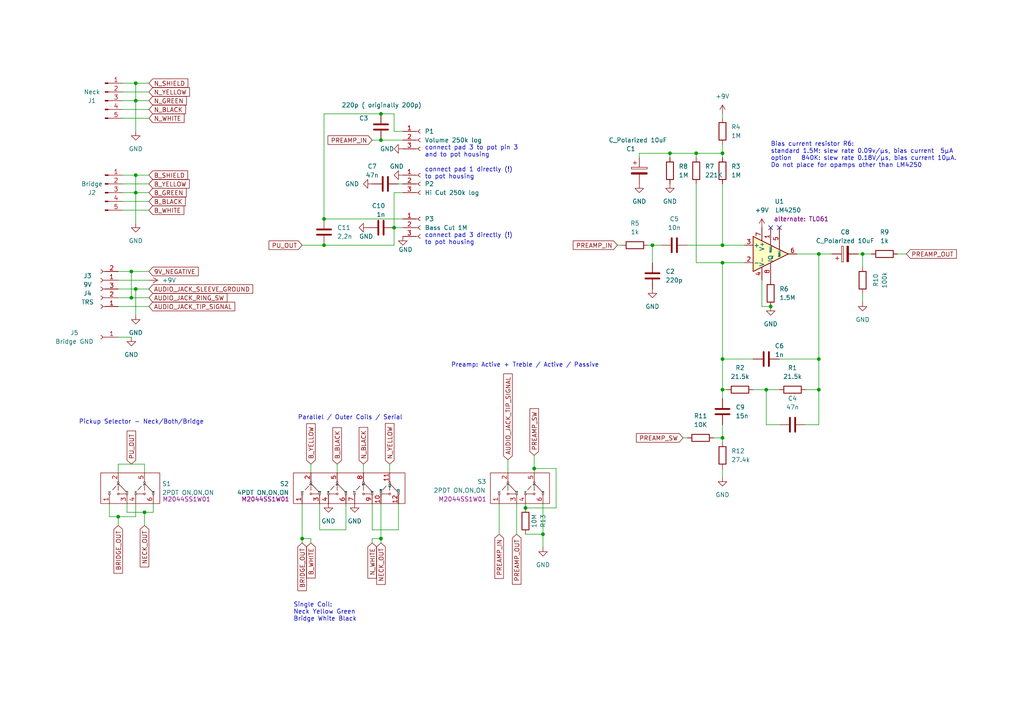
<source format=kicad_sch>
(kicad_sch (version 20211123) (generator eeschema)
  (paper "A4")
  (title_block (title "GLOW") (date "2022-04-10") (rev "A") (company "andre.janowicz@gmail.com") (comment 1 "https://github.com/andrejanowicz/GLOW") (comment 2 "Attribution-NonCommercial-ShareAlike 4.0 CC BY-NC-SA 4.0") (comment 3 "w. K-Mod Single Coil option") (comment 4 "Replacement Preamp PCB for G&L(R) L-2000 and L-2500 Tribute(R) Basses"))
  (lib_symbols
    (symbol "Amplifier_Operational:LM4250" (pin_names (offset 0.127))
      (property "Reference" "U" (at 6.35 6.35 0))
      (property "Value" "LM4250" (at 5.08 3.81 0))
      (symbol "LM4250_0_1"
        (polyline (pts (xy -5.08 5.08) (xy 5.08 0) (xy -5.08 -5.08) (xy -5.08 5.08)) (stroke (width 0.254)) (fill (type background)))
      )
      (symbol "LM4250_1_1"
        (pin input line (at 0 7.62 270) (length 5.08) (name "NULL") (number "1"))
        (pin input line (at -7.62 -2.54 0) (length 2.54) (name "-") (number "2"))
        (pin input line (at -7.62 2.54 0) (length 2.54) (name "+") (number "3"))
        (pin power_in line (at -2.54 -7.62 90) (length 3.81) (name "V-") (number "4"))
        (pin input line (at 2.54 7.62 270) (length 6.35) (name "NULL") (number "5"))
        (pin output line (at 7.62 0 180) (length 2.54) (name "~") (number "6"))
        (pin power_in line (at -2.54 7.62 270) (length 3.81) (name "V+") (number "7"))
        (pin input line (at 0 -7.62 90) (length 5.08) (name "IQ") (number "8"))
      )
    )
    (symbol "Connector:Conn_01x01_Female" (pin_names (offset 1.016) hide)
      (property "Reference" "J" (at 0 2.54 0))
      (property "Value" "Conn_01x01_Female" (at 0 -2.54 0))
      (symbol "Conn_01x01_Female_1_1"
        (polyline (pts (xy -1.27 0) (xy -0.508 0)) (stroke (width 0.1524)))
        (arc (start 0 0.508) (mid -0.508 0) (end 0 -0.508) (stroke (width 0.1524)))
        (pin passive line (at -5.08 0 0) (length 3.81) (name "Pin_1") (number "1"))
      )
    )
    (symbol "Connector:Conn_01x02_Female" (pin_names (offset 1.016) hide)
      (property "Reference" "J" (at 0 2.54 0))
      (property "Value" "Conn_01x02_Female" (at 0 -5.08 0))
      (symbol "Conn_01x02_Female_1_1"
        (arc (start 0 -2.032) (mid -0.508 -2.54) (end 0 -3.048) (stroke (width 0.1524)))
        (polyline (pts (xy -1.27 -2.54) (xy -0.508 -2.54)) (stroke (width 0.1524)))
        (polyline (pts (xy -1.27 0) (xy -0.508 0)) (stroke (width 0.1524)))
        (arc (start 0 0.508) (mid -0.508 0) (end 0 -0.508) (stroke (width 0.1524)))
        (pin passive line (at -5.08 0 0) (length 3.81) (name "Pin_1") (number "1"))
        (pin passive line (at -5.08 -2.54 0) (length 3.81) (name "Pin_2") (number "2"))
      )
    )
    (symbol "Connector:Conn_01x03_Female" (pin_names (offset 1.016) hide)
      (property "Reference" "J" (at 0 5.08 0))
      (property "Value" "Conn_01x03_Female" (at 0 -5.08 0))
      (symbol "Conn_01x03_Female_1_1"
        (arc (start 0 -2.032) (mid -0.508 -2.54) (end 0 -3.048) (stroke (width 0.1524)))
        (polyline (pts (xy -1.27 -2.54) (xy -0.508 -2.54)) (stroke (width 0.1524)))
        (polyline (pts (xy -1.27 0) (xy -0.508 0)) (stroke (width 0.1524)))
        (polyline (pts (xy -1.27 2.54) (xy -0.508 2.54)) (stroke (width 0.1524)))
        (arc (start 0 0.508) (mid -0.508 0) (end 0 -0.508) (stroke (width 0.1524)))
        (arc (start 0 3.048) (mid -0.508 2.54) (end 0 2.032) (stroke (width 0.1524)))
        (pin passive line (at -5.08 2.54 0) (length 3.81) (name "Pin_1") (number "1"))
        (pin passive line (at -5.08 0 0) (length 3.81) (name "Pin_2") (number "2"))
        (pin passive line (at -5.08 -2.54 0) (length 3.81) (name "Pin_3") (number "3"))
      )
    )
    (symbol "Connector:Conn_01x05_Male" (pin_names (offset 1.016) hide)
      (property "Reference" "J" (at 0 7.62 0))
      (property "Value" "Conn_01x05_Male" (at 0 -7.62 0))
      (symbol "Conn_01x05_Male_1_1"
        (polyline (pts (xy 1.27 -5.08) (xy 0.8636 -5.08)) (stroke (width 0.1524)))
        (polyline (pts (xy 1.27 -2.54) (xy 0.8636 -2.54)) (stroke (width 0.1524)))
        (polyline (pts (xy 1.27 0) (xy 0.8636 0)) (stroke (width 0.1524)))
        (polyline (pts (xy 1.27 2.54) (xy 0.8636 2.54)) (stroke (width 0.1524)))
        (polyline (pts (xy 1.27 5.08) (xy 0.8636 5.08)) (stroke (width 0.1524)))
        (rectangle (start 0.8636 -4.953) (end 0 -5.207) (stroke (width 0.1524)) (fill (type outline)))
        (rectangle (start 0.8636 -2.413) (end 0 -2.667) (stroke (width 0.1524)) (fill (type outline)))
        (rectangle (start 0.8636 0.127) (end 0 -0.127) (stroke (width 0.1524)) (fill (type outline)))
        (rectangle (start 0.8636 2.667) (end 0 2.413) (stroke (width 0.1524)) (fill (type outline)))
        (rectangle (start 0.8636 5.207) (end 0 4.953) (stroke (width 0.1524)) (fill (type outline)))
        (pin passive line (at 5.08 5.08 180) (length 3.81) (name "Pin_1") (number "1"))
        (pin passive line (at 5.08 2.54 180) (length 3.81) (name "Pin_2") (number "2"))
        (pin passive line (at 5.08 0 180) (length 3.81) (name "Pin_3") (number "3"))
        (pin passive line (at 5.08 -2.54 180) (length 3.81) (name "Pin_4") (number "4"))
        (pin passive line (at 5.08 -5.08 180) (length 3.81) (name "Pin_5") (number "5"))
      )
    )
    (symbol "Device:C" (pin_numbers hide) (pin_names (offset 0.254))
      (property "Reference" "C" (at 0.635 2.54 0))
      (property "Value" "C" (at 0.635 -2.54 0))
      (symbol "C_0_1"
        (polyline (pts (xy -2.032 -0.762) (xy 2.032 -0.762)) (stroke (width 0.508)))
        (polyline (pts (xy -2.032 0.762) (xy 2.032 0.762)) (stroke (width 0.508)))
      )
      (symbol "C_1_1"
        (pin passive line (at 0 3.81 270) (length 2.794) (name "~") (number "1"))
        (pin passive line (at 0 -3.81 90) (length 2.794) (name "~") (number "2"))
      )
    )
    (symbol "Device:C_Polarized" (pin_numbers hide) (pin_names (offset 0.254))
      (property "Reference" "C" (at 0.635 2.54 0))
      (property "Value" "C_Polarized" (at 0.635 -2.54 0))
      (symbol "C_Polarized_0_1"
        (rectangle (start -2.286 0.508) (end 2.286 1.016))
        (polyline (pts (xy -1.778 2.286) (xy -0.762 2.286)))
        (polyline (pts (xy -1.27 2.794) (xy -1.27 1.778)))
        (rectangle (start 2.286 -0.508) (end -2.286 -1.016) (fill (type outline)))
      )
      (symbol "C_Polarized_1_1"
        (pin passive line (at 0 3.81 270) (length 2.794) (name "~") (number "1"))
        (pin passive line (at 0 -3.81 90) (length 2.794) (name "~") (number "2"))
      )
    )
    (symbol "Device:R" (pin_numbers hide) (pin_names (offset 0))
      (property "Reference" "R" (at 2.032 0 90))
      (property "Value" "R" (at 0 0 90))
      (symbol "R_0_1"
        (rectangle (start -1.016 -2.54) (end 1.016 2.54) (stroke (width 0.254)))
      )
      (symbol "R_1_1"
        (pin passive line (at 0 3.81 270) (length 1.27) (name "~") (number "1"))
        (pin passive line (at 0 -3.81 90) (length 1.27) (name "~") (number "2"))
      )
    )
    (symbol "Switch_toggle:2PDT ON,ON,ON"
      (property "Reference" "S" (at 0 12.7 0))
      (property "Value" "2PDT ON,ON,ON" (at 0 10.16 0))
      (symbol "2PDT ON,ON,ON_0_1"
        (rectangle (start -8.89 5.08) (end 8.255 -3.81))
        (circle (center -6.35 -1.016) (radius 0.254))
        (circle (center -3.81 -1.016) (radius 0.254))
        (circle (center -3.81 2.286) (radius 0.254))
        (circle (center -1.27 -1.016) (radius 0.254))
        (polyline (pts (xy -4.445 1.27) (xy -5.461 0.127)))
        (polyline (pts (xy -3.81 1.27) (xy -3.81 0)))
        (polyline (pts (xy -3.81 2.032) (xy -1.524 -0.381)))
        (polyline (pts (xy -1.524 -1.016) (xy -3.556 -1.016)))
        (polyline (pts (xy 2.921 1.27) (xy 1.905 0.127)))
        (polyline (pts (xy 3.556 -1.016) (xy 1.524 -1.016)))
        (polyline (pts (xy 3.81 1.27) (xy 3.81 0)))
        (polyline (pts (xy 3.81 2.032) (xy 6.096 -0.381)))
        (circle (center 1.27 -1.016) (radius 0.254))
        (circle (center 3.81 -1.016) (radius 0.254))
        (circle (center 3.81 2.286) (radius 0.254))
        (circle (center 6.35 -1.016) (radius 0.254))
      )
      (symbol "2PDT ON,ON,ON_1_1"
        (pin output line (at -6.35 -3.81 90) (length 2.54) (name "1") (number "1"))
        (pin input line (at -3.81 5.08 270) (length 2.54) (name "2") (number "2"))
        (pin output line (at -1.27 -3.81 90) (length 2.54) (name "3") (number "3"))
        (pin output line (at 1.27 -3.81 90) (length 2.54) (name "4") (number "4"))
        (pin input line (at 3.81 5.08 270) (length 2.54) (name "5") (number "5"))
        (pin output line (at 6.35 -3.81 90) (length 2.54) (name "6") (number "6"))
      )
    )
    (symbol "Switch_toggle:4PDT ON,ON,ON"
      (property "Reference" "S" (at 0 12.7 0))
      (property "Value" "4PDT ON,ON,ON" (at 0 10.16 0))
      (symbol "4PDT ON,ON,ON_0_1"
        (rectangle (start -15.24 3.81) (end 17.145 -5.08))
        (circle (center -12.7 -2.286) (radius 0.254))
        (circle (center -10.16 -2.286) (radius 0.254))
        (circle (center -10.16 1.016) (radius 0.254))
        (circle (center -7.62 -2.286) (radius 0.254))
        (circle (center -5.08 -2.286) (radius 0.254))
        (circle (center -2.54 -2.286) (radius 0.254))
        (circle (center -2.54 1.016) (radius 0.254))
        (circle (center 0 -2.286) (radius 0.254))
        (polyline (pts (xy -10.795 0) (xy -11.811 -1.143)))
        (polyline (pts (xy -10.16 0) (xy -10.16 -1.27)))
        (polyline (pts (xy -10.16 0.762) (xy -7.874 -1.651)))
        (polyline (pts (xy -7.874 -2.286) (xy -9.906 -2.286)))
        (polyline (pts (xy -3.429 0) (xy -4.445 -1.143)))
        (polyline (pts (xy -2.794 -2.286) (xy -4.826 -2.286)))
        (polyline (pts (xy -2.54 0) (xy -2.54 -1.27)))
        (polyline (pts (xy -2.54 0.762) (xy -0.254 -1.651)))
        (polyline (pts (xy 4.064 0) (xy 3.048 -1.143)))
        (polyline (pts (xy 5.08 0) (xy 5.08 -1.27)))
        (polyline (pts (xy 5.334 0.762) (xy 7.62 -1.651)))
        (polyline (pts (xy 7.366 -2.286) (xy 5.334 -2.286)))
        (polyline (pts (xy 11.684 0) (xy 10.668 -1.143)))
        (polyline (pts (xy 12.446 -2.286) (xy 10.414 -2.286)))
        (polyline (pts (xy 12.7 0) (xy 12.7 -1.27)))
        (polyline (pts (xy 12.7 0.762) (xy 14.986 -1.651)))
        (circle (center 2.54 -2.286) (radius 0.254))
        (circle (center 5.08 -2.286) (radius 0.254))
        (circle (center 5.08 1.016) (radius 0.254))
        (circle (center 7.62 -2.286) (radius 0.254))
        (circle (center 10.16 -2.286) (radius 0.254))
        (circle (center 12.7 -2.286) (radius 0.254))
        (circle (center 12.7 1.016) (radius 0.254))
        (circle (center 15.24 -2.286) (radius 0.254))
      )
      (symbol "4PDT ON,ON,ON_1_1"
        (pin output line (at -12.7 -5.08 90) (length 2.54) (name "1") (number "1"))
        (pin output line (at 10.16 -5.08 90) (length 2.54) (name "10") (number "10"))
        (pin input line (at 12.7 3.81 270) (length 2.54) (name "11") (number "11"))
        (pin output line (at 15.24 -5.08 90) (length 2.54) (name "12") (number "12"))
        (pin input line (at -10.16 3.81 270) (length 2.54) (name "2") (number "2"))
        (pin output line (at -7.62 -5.08 90) (length 2.54) (name "3") (number "3"))
        (pin output line (at -5.08 -5.08 90) (length 2.54) (name "4") (number "4"))
        (pin input line (at -2.54 3.81 270) (length 2.54) (name "5") (number "5"))
        (pin output line (at 0 -5.08 90) (length 2.54) (name "6") (number "6"))
        (pin output line (at 2.54 -5.08 90) (length 2.54) (name "7") (number "7"))
        (pin input line (at 5.08 3.81 270) (length 2.54) (name "8") (number "8"))
        (pin output line (at 7.62 -5.08 90) (length 2.54) (name "9") (number "9"))
      )
    )
    (symbol "power:+9V" (power) (pin_names (offset 0))
      (property "Value" "+9V" (at 0 3.556 0))
      (symbol "+9V_0_1"
        (polyline (pts (xy -0.762 1.27) (xy 0 2.54)))
        (polyline (pts (xy 0 0) (xy 0 2.54)))
        (polyline (pts (xy 0 2.54) (xy 0.762 1.27)))
      )
      (symbol "+9V_1_1"
        (pin power_in line (at 0 0 90) (length 0) hide (name "+9V") (number "1"))
      )
    )
    (symbol "power:GND" (power) (pin_names (offset 0))
      (property "Value" "GND" (at 0 -3.81 0))
      (symbol "GND_0_1"
        (polyline (pts (xy 0 0) (xy 0 -1.27) (xy 1.27 -1.27) (xy 0 -2.54) (xy -1.27 -1.27) (xy 0 -1.27)))
      )
      (symbol "GND_1_1"
        (pin power_in line (at 0 0 270) (length 0) hide (name "GND") (number "1"))
      )
    )
  )
  (junction (at 250.19 73.66))
  (junction (at 41.91 148.59))
  (junction (at 209.55 76.2))
  (junction (at 93.98 63.5))
  (junction (at 237.49 104.14))
  (junction (at 152.4 147.32))
  (junction (at 157.48 154.94))
  (junction (at 39.37 29.21))
  (junction (at 110.49 156.21))
  (junction (at 209.55 104.14))
  (junction (at 38.1 86.36))
  (junction (at 194.31 44.45))
  (junction (at 39.37 24.13))
  (junction (at 110.49 40.64))
  (junction (at 87.63 156.21))
  (junction (at 223.52 88.9))
  (junction (at 222.25 113.03))
  (junction (at 34.29 149.86))
  (junction (at 39.37 50.8))
  (junction (at 39.37 83.82))
  (junction (at 38.1 78.74))
  (junction (at 39.37 55.88))
  (junction (at 114.3 66.04))
  (junction (at 237.49 113.03))
  (junction (at 237.49 73.66))
  (junction (at 110.49 33.02))
  (junction (at 93.98 71.12))
  (junction (at 209.55 44.45))
  (junction (at 209.55 127))
  (junction (at 154.94 135.89))
  (junction (at 201.93 44.45))
  (junction (at 209.55 113.03))
  (junction (at 189.23 71.12))
  (junction (at 209.55 71.12))
  (no_connect (at 223.52 66.04))
  (no_connect (at 226.06 66.04))
  (wire (pts (xy 92.71 153.67) (xy 100.33 153.67)))
  (wire (pts (xy 43.18 29.21) (xy 39.37 29.21)))
  (wire (pts (xy 39.37 29.21) (xy 39.37 38.1)))
  (wire (pts (xy 39.37 55.88) (xy 39.37 64.77)))
  (wire (pts (xy 36.83 148.59) (xy 41.91 148.59)))
  (wire (pts (xy 114.3 33.02) (xy 114.3 38.1)))
  (wire (pts (xy 110.49 146.05) (xy 110.49 156.21)))
  (wire (pts (xy 93.98 33.02) (xy 110.49 33.02)))
  (wire (pts (xy 209.55 113.03) (xy 209.55 115.57)))
  (wire (pts (xy 201.93 44.45) (xy 209.55 44.45)))
  (wire (pts (xy 38.1 86.36) (xy 34.29 86.36)))
  (wire (pts (xy 237.49 73.66) (xy 231.14 73.66)))
  (wire (pts (xy 39.37 83.82) (xy 34.29 83.82)))
  (wire (pts (xy 218.44 113.03) (xy 222.25 113.03)))
  (wire (pts (xy 43.18 53.34) (xy 35.56 53.34)))
  (wire (pts (xy 43.18 86.36) (xy 38.1 86.36)))
  (wire (pts (xy 237.49 123.19) (xy 237.49 113.03)))
  (wire (pts (xy 157.48 158.75) (xy 157.48 154.94)))
  (wire (pts (xy 31.75 149.86) (xy 34.29 149.86)))
  (wire (pts (xy 39.37 149.86) (xy 39.37 146.05)))
  (wire (pts (xy 100.33 146.05) (xy 100.33 153.67)))
  (wire (pts (xy 262.89 73.66) (xy 260.35 73.66)))
  (wire (pts (xy 201.93 76.2) (xy 209.55 76.2)))
  (wire (pts (xy 226.06 123.19) (xy 222.25 123.19)))
  (wire (pts (xy 233.68 113.03) (xy 237.49 113.03)))
  (wire (pts (xy 39.37 50.8) (xy 35.56 50.8)))
  (wire (pts (xy 110.49 40.64) (xy 116.84 40.64)))
  (wire (pts (xy 90.17 134.62) (xy 90.17 137.16)))
  (wire (pts (xy 115.57 146.05) (xy 115.57 153.67)))
  (wire (pts (xy 39.37 29.21) (xy 35.56 29.21)))
  (wire (pts (xy 209.55 138.43) (xy 209.55 135.89)))
  (wire (pts (xy 39.37 24.13) (xy 35.56 24.13)))
  (wire (pts (xy 201.93 45.72) (xy 201.93 44.45)))
  (wire (pts (xy 110.49 33.02) (xy 114.3 33.02)))
  (wire (pts (xy 34.29 137.16) (xy 34.29 134.62)))
  (wire (pts (xy 207.01 127) (xy 209.55 127)))
  (wire (pts (xy 43.18 34.29) (xy 35.56 34.29)))
  (wire (pts (xy 194.31 44.45) (xy 194.31 45.72)))
  (wire (pts (xy 209.55 33.02) (xy 209.55 34.29)))
  (wire (pts (xy 114.3 66.04) (xy 114.3 71.12)))
  (wire (pts (xy 152.4 146.05) (xy 152.4 147.32)))
  (wire (pts (xy 39.37 24.13) (xy 39.37 29.21)))
  (wire (pts (xy 220.98 88.9) (xy 223.52 88.9)))
  (wire (pts (xy 201.93 53.34) (xy 201.93 76.2)))
  (wire (pts (xy 107.95 146.05) (xy 107.95 153.67)))
  (wire (pts (xy 250.19 73.66) (xy 250.19 77.47)))
  (wire (pts (xy 114.3 55.88) (xy 114.3 66.04)))
  (wire (pts (xy 43.18 78.74) (xy 38.1 78.74)))
  (wire (pts (xy 43.18 24.13) (xy 39.37 24.13)))
  (wire (pts (xy 209.55 123.19) (xy 209.55 127)))
  (wire (pts (xy 198.12 127) (xy 199.39 127)))
  (wire (pts (xy 154.94 132.08) (xy 154.94 135.89)))
  (wire (pts (xy 43.18 26.67) (xy 35.56 26.67)))
  (wire (pts (xy 113.03 134.62) (xy 113.03 137.16)))
  (wire (pts (xy 43.18 83.82) (xy 39.37 83.82)))
  (wire (pts (xy 39.37 83.82) (xy 39.37 91.44)))
  (wire (pts (xy 43.18 60.96) (xy 35.56 60.96)))
  (wire (pts (xy 105.41 134.62) (xy 105.41 137.16)))
  (wire (pts (xy 209.55 127) (xy 209.55 128.27)))
  (wire (pts (xy 43.18 58.42) (xy 35.56 58.42)))
  (wire (pts (xy 43.18 55.88) (xy 39.37 55.88)))
  (wire (pts (xy 209.55 104.14) (xy 218.44 104.14)))
  (wire (pts (xy 107.95 153.67) (xy 115.57 153.67)))
  (wire (pts (xy 90.17 157.48) (xy 90.17 156.21)))
  (wire (pts (xy 154.94 135.89) (xy 161.29 135.89)))
  (wire (pts (xy 144.78 154.94) (xy 144.78 146.05)))
  (wire (pts (xy 44.45 146.05) (xy 44.45 148.59)))
  (wire (pts (xy 115.57 53.34) (xy 116.84 53.34)))
  (wire (pts (xy 116.84 66.04) (xy 114.3 66.04)))
  (wire (pts (xy 226.06 104.14) (xy 237.49 104.14)))
  (wire (pts (xy 179.07 71.12) (xy 180.34 71.12)))
  (wire (pts (xy 41.91 148.59) (xy 41.91 152.4)))
  (wire (pts (xy 114.3 55.88) (xy 116.84 55.88)))
  (wire (pts (xy 199.39 71.12) (xy 209.55 71.12)))
  (wire (pts (xy 93.98 33.02) (xy 93.98 63.5)))
  (wire (pts (xy 38.1 78.74) (xy 34.29 78.74)))
  (wire (pts (xy 209.55 53.34) (xy 209.55 71.12)))
  (wire (pts (xy 161.29 135.89) (xy 161.29 147.32)))
  (wire (pts (xy 241.3 73.66) (xy 237.49 73.66)))
  (wire (pts (xy 87.63 71.12) (xy 93.98 71.12)))
  (wire (pts (xy 209.55 76.2) (xy 215.9 76.2)))
  (wire (pts (xy 185.42 44.45) (xy 194.31 44.45)))
  (wire (pts (xy 43.18 31.75) (xy 35.56 31.75)))
  (wire (pts (xy 41.91 134.62) (xy 41.91 137.16)))
  (wire (pts (xy 210.82 113.03) (xy 209.55 113.03)))
  (wire (pts (xy 250.19 87.63) (xy 250.19 85.09)))
  (wire (pts (xy 38.1 97.79) (xy 34.29 97.79)))
  (wire (pts (xy 209.55 104.14) (xy 209.55 113.03)))
  (wire (pts (xy 34.29 149.86) (xy 39.37 149.86)))
  (wire (pts (xy 189.23 71.12) (xy 191.77 71.12)))
  (wire (pts (xy 93.98 71.12) (xy 114.3 71.12)))
  (wire (pts (xy 93.98 63.5) (xy 116.84 63.5)))
  (wire (pts (xy 38.1 78.74) (xy 38.1 86.36)))
  (wire (pts (xy 90.17 156.21) (xy 87.63 156.21)))
  (wire (pts (xy 157.48 154.94) (xy 152.4 154.94)))
  (wire (pts (xy 248.92 73.66) (xy 250.19 73.66)))
  (wire (pts (xy 220.98 81.28) (xy 220.98 88.9)))
  (wire (pts (xy 87.63 156.21) (xy 87.63 157.48)))
  (wire (pts (xy 87.63 146.05) (xy 87.63 156.21)))
  (wire (pts (xy 107.95 157.48) (xy 107.95 156.21)))
  (wire (pts (xy 237.49 73.66) (xy 237.49 104.14)))
  (wire (pts (xy 34.29 134.62) (xy 41.91 134.62)))
  (wire (pts (xy 233.68 123.19) (xy 237.49 123.19)))
  (wire (pts (xy 107.95 40.64) (xy 110.49 40.64)))
  (wire (pts (xy 34.29 88.9) (xy 43.18 88.9)))
  (wire (pts (xy 39.37 55.88) (xy 35.56 55.88)))
  (wire (pts (xy 209.55 76.2) (xy 209.55 104.14)))
  (wire (pts (xy 107.95 156.21) (xy 110.49 156.21)))
  (wire (pts (xy 39.37 50.8) (xy 39.37 55.88)))
  (wire (pts (xy 237.49 104.14) (xy 237.49 113.03)))
  (wire (pts (xy 185.42 45.72) (xy 185.42 44.45)))
  (wire (pts (xy 97.79 134.62) (xy 97.79 137.16)))
  (wire (pts (xy 189.23 76.2) (xy 189.23 71.12)))
  (wire (pts (xy 31.75 146.05) (xy 31.75 149.86)))
  (wire (pts (xy 187.96 71.12) (xy 189.23 71.12)))
  (wire (pts (xy 149.86 154.94) (xy 149.86 146.05)))
  (wire (pts (xy 222.25 123.19) (xy 222.25 113.03)))
  (wire (pts (xy 34.29 149.86) (xy 34.29 152.4)))
  (wire (pts (xy 161.29 147.32) (xy 152.4 147.32)))
  (wire (pts (xy 209.55 71.12) (xy 215.9 71.12)))
  (wire (pts (xy 250.19 73.66) (xy 252.73 73.66)))
  (wire (pts (xy 114.3 38.1) (xy 116.84 38.1)))
  (wire (pts (xy 43.18 81.28) (xy 34.29 81.28)))
  (wire (pts (xy 110.49 156.21) (xy 110.49 157.48)))
  (wire (pts (xy 222.25 113.03) (xy 226.06 113.03)))
  (wire (pts (xy 157.48 146.05) (xy 157.48 154.94)))
  (wire (pts (xy 209.55 41.91) (xy 209.55 44.45)))
  (wire (pts (xy 43.18 50.8) (xy 39.37 50.8)))
  (wire (pts (xy 36.83 146.05) (xy 36.83 148.59)))
  (wire (pts (xy 41.91 148.59) (xy 44.45 148.59)))
  (wire (pts (xy 92.71 146.05) (xy 92.71 153.67)))
  (wire (pts (xy 209.55 44.45) (xy 209.55 45.72)))
  (wire (pts (xy 201.93 44.45) (xy 194.31 44.45)))
  (wire (pts (xy 147.32 133.35) (xy 147.32 137.16)))
  (wire (pts (xy 154.94 135.89) (xy 154.94 137.16)))
  (text "connect pad 3 to pot pin 3 \nand to pot housing" (at 123.19 45.72 0) (effects (font (size 1.27 1.27)) (justify left bottom)))
  (text "Single Coil:\nNeck Yellow Green\nBridge White Black\n" (at 85.09 180.34 0) (effects (font (size 1.27 1.27)) (justify left bottom)))
  (text "Bias current resistor R6: \nstandard 1.5M: slew rate 0.09v/µs, bias current  5µA\noption   840K: slew rate 0.18V/µs, bias current 10µA.\nDo not place for opamps other than LM4250\n\n" (at 223.52 50.8 0) (effects (font (size 1.27 1.27)) (justify left bottom)))
  (text "Parallel / Outer Coils / Serial" (at 86.36 121.92 0) (effects (font (size 1.27 1.27)) (justify left bottom)))
  (text "connect pad 1 directly (!)\nto pot housing" (at 123.19 52.07 0) (effects (font (size 1.27 1.27)) (justify left bottom)))
  (text "Preamp: Active + Treble / Active / Passive" (at 130.81 106.68 0) (effects (font (size 1.27 1.27)) (justify left bottom)))
  (text "Pickup Selector - Neck/Both/Bridge\n" (at 22.86 123.19 0) (effects (font (size 1.27 1.27)) (justify left bottom)))
  (text "connect pad 3 directly (!)\nto pot housing" (at 123.19 71.12 0) (effects (font (size 1.27 1.27)) (justify left bottom)))
  (global_label "PREAMP_IN" (shape input) (at 179.07 71.12 180) (property "Intersheet References" "${INTERSHEET_REFS}" (effects hide)))
  (global_label "PREAMP_IN" (shape input) (at 144.78 154.94 270) (property "Intersheet References" "${INTERSHEET_REFS}" (effects hide)))
  (global_label "AUDIO_JACK_TIP_SIGNAL" (shape input) (at 43.18 88.9 0) (property "Intersheet References" "${INTERSHEET_REFS}" (effects hide)))
  (global_label "NECK_OUT" (shape input) (at 110.49 157.48 270) (property "Intersheet References" "${INTERSHEET_REFS}" (effects hide)))
  (global_label "PREAMP_SW" (shape input) (at 154.94 132.08 90) (property "Intersheet References" "${INTERSHEET_REFS}" (effects hide)))
  (global_label "B_YELLOW" (shape input) (at 90.17 134.62 90) (property "Intersheet References" "${INTERSHEET_REFS}" (effects hide)))
  (global_label "N_BLACK" (shape input) (at 43.18 31.75 0) (property "Intersheet References" "${INTERSHEET_REFS}" (effects hide)))
  (global_label "NECK_OUT" (shape input) (at 41.91 152.4 270) (property "Intersheet References" "${INTERSHEET_REFS}" (effects hide)))
  (global_label "B_GREEN" (shape input) (at 43.18 55.88 0) (property "Intersheet References" "${INTERSHEET_REFS}" (effects hide)))
  (global_label "B_WHITE" (shape input) (at 90.17 157.48 270) (property "Intersheet References" "${INTERSHEET_REFS}" (effects hide)))
  (global_label "AUDIO_JACK_RING_SW" (shape input) (at 43.18 86.36 0) (property "Intersheet References" "${INTERSHEET_REFS}" (effects hide)))
  (global_label "B_BLACK" (shape input) (at 97.79 134.62 90) (property "Intersheet References" "${INTERSHEET_REFS}" (effects hide)))
  (global_label "N_YELLOW" (shape input) (at 43.18 26.67 0) (property "Intersheet References" "${INTERSHEET_REFS}" (effects hide)))
  (global_label "N_WHITE" (shape input) (at 107.95 157.48 270) (property "Intersheet References" "${INTERSHEET_REFS}" (effects hide)))
  (global_label "AUDIO_JACK_TIP_SIGNAL" (shape input) (at 147.32 133.35 90) (property "Intersheet References" "${INTERSHEET_REFS}" (effects hide)))
  (global_label "PREAMP_IN" (shape input) (at 107.95 40.64 180) (property "Intersheet References" "${INTERSHEET_REFS}" (effects hide)))
  (global_label "BRIDGE_OUT" (shape input) (at 87.63 157.48 270) (property "Intersheet References" "${INTERSHEET_REFS}" (effects hide)))
  (global_label "B_WHITE" (shape input) (at 43.18 60.96 0) (property "Intersheet References" "${INTERSHEET_REFS}" (effects hide)))
  (global_label "PU_OUT" (shape input) (at 38.1 134.62 90) (property "Intersheet References" "${INTERSHEET_REFS}" (effects hide)))
  (global_label "AUDIO_JACK_SLEEVE_GROUND" (shape input) (at 43.18 83.82 0) (property "Intersheet References" "${INTERSHEET_REFS}" (effects hide)))
  (global_label "N_YELLOW" (shape input) (at 113.03 134.62 90) (property "Intersheet References" "${INTERSHEET_REFS}" (effects hide)))
  (global_label "B_YELLOW" (shape input) (at 43.18 53.34 0) (property "Intersheet References" "${INTERSHEET_REFS}" (effects hide)))
  (global_label "BRIDGE_OUT" (shape input) (at 34.29 152.4 270) (property "Intersheet References" "${INTERSHEET_REFS}" (effects hide)))
  (global_label "N_GREEN" (shape input) (at 43.18 29.21 0) (property "Intersheet References" "${INTERSHEET_REFS}" (effects hide)))
  (global_label "9V_NEGATIVE" (shape input) (at 43.18 78.74 0) (property "Intersheet References" "${INTERSHEET_REFS}" (effects hide)))
  (global_label "PREAMP_SW" (shape input) (at 198.12 127 180) (property "Intersheet References" "${INTERSHEET_REFS}" (effects hide)))
  (global_label "PU_OUT" (shape input) (at 87.63 71.12 180) (property "Intersheet References" "${INTERSHEET_REFS}" (effects hide)))
  (global_label "B_SHIELD" (shape input) (at 43.18 50.8 0) (property "Intersheet References" "${INTERSHEET_REFS}" (effects hide)))
  (global_label "N_SHIELD" (shape input) (at 43.18 24.13 0) (property "Intersheet References" "${INTERSHEET_REFS}" (effects hide)))
  (global_label "N_BLACK" (shape input) (at 105.41 134.62 90) (property "Intersheet References" "${INTERSHEET_REFS}" (effects hide)))
  (global_label "N_WHITE" (shape input) (at 43.18 34.29 0) (property "Intersheet References" "${INTERSHEET_REFS}" (effects hide)))
  (global_label "B_BLACK" (shape input) (at 43.18 58.42 0) (property "Intersheet References" "${INTERSHEET_REFS}" (effects hide)))
  (global_label "PREAMP_OUT" (shape input) (at 149.86 154.94 270) (property "Intersheet References" "${INTERSHEET_REFS}" (effects hide)))
  (global_label "PREAMP_OUT" (shape input) (at 262.89 73.66 0) (property "Intersheet References" "${INTERSHEET_REFS}" (effects hide)))
  (symbol (lib_id "power:GND") (at 209.55 138.43 0) (unit 1)
    (property "Reference" "#PWR013" (effects hide))
    (property "Value" "GND" (at 209.55 143.51 0))
  )
  (symbol (lib_id "power:GND") (at 39.37 64.77 0) (unit 1)
    (property "Reference" "#PWR0106" (effects hide))
    (property "Value" "GND" (at 39.37 69.85 0))
  )
  (symbol (lib_id "Connector:Conn_01x03_Female") (at 29.21 86.36 180) (unit 1) (in_bom no)
    (property "Reference" "J4" (at 25.4 85.09 0))
    (property "Value" "TRS" (at 25.4 87.63 0))
    (property "Footprint" "Connector_PinHeader_2.54mm:PinHeader_1x03_P2.54mm_Vertical" (effects hide))
  )
  (symbol (lib_id "Device:C") (at 110.49 36.83 180) (unit 1)
    (property "Reference" "C3" (at 104.14 34.29 0) (effects (justify right)))
    (property "Value" "220p ( originally 200p)" (at 99.06 30.48 0) (effects (justify right)))
    (property "Footprint" "Capacitor_THT:C_Rect_L7.2mm_W4.5mm_P5.00mm_FKS2_FKP2_MKS2_MKP2" (effects hide))
  )
  (symbol (lib_id "Device:C") (at 110.49 66.04 90) (unit 1)
    (property "Reference" "C10" (at 111.76 59.69 90) (effects (justify left)))
    (property "Value" "1n" (at 111.76 62.23 90) (effects (justify left)))
    (property "Footprint" "Capacitor_THT:C_Rect_L7.2mm_W3.0mm_P5.00mm_FKS2_FKP2_MKS2_MKP2" (effects hide))
  )
  (symbol (lib_id "Device:R") (at 256.54 73.66 90) (unit 1)
    (property "Reference" "R9" (at 256.54 67.31 90))
    (property "Value" "1k" (at 256.54 69.85 90))
    (property "Footprint" "Resistor_THT:R_Axial_DIN0207_L6.3mm_D2.5mm_P7.62mm_Horizontal" (effects hide))
  )
  (symbol (lib_id "Device:R") (at 223.52 85.09 0) (unit 1)
    (property "Reference" "R6" (at 226.06 83.8199 0) (effects (justify left)))
    (property "Value" "1.5M" (at 226.06 86.3599 0) (effects (justify left)))
    (property "Footprint" "Resistor_THT:R_Axial_DIN0207_L6.3mm_D2.5mm_P7.62mm_Horizontal" (effects hide))
  )
  (symbol (lib_id "power:GND") (at 157.48 158.75 0) (unit 1)
    (property "Reference" "#PWR0103" (effects hide))
    (property "Value" "GND" (at 157.48 163.83 0))
  )
  (symbol (lib_id "Switch_toggle:2PDT ON,ON,ON") (at 38.1 142.24 0) (unit 1)
    (property "Reference" "S1" (at 46.99 140.3349 0) (effects (justify left)))
    (property "Value" "2PDT ON,ON,ON" (at 46.99 142.8749 0) (effects (justify left)))
    (property "Footprint" "Switch_toggle:DPDT M2044SS1W01" (effects hide))
    (property "Part" "M2044SS1W01 " (at 54.61 144.78 0))
  )
  (symbol (lib_id "Device:R") (at 214.63 113.03 90) (unit 1)
    (property "Reference" "R2" (at 214.63 106.68 90))
    (property "Value" "21.5k" (at 214.63 109.22 90))
    (property "Footprint" "Resistor_THT:R_Axial_DIN0207_L6.3mm_D2.5mm_P7.62mm_Horizontal" (effects hide))
  )
  (symbol (lib_id "Connector:Conn_01x03_Female") (at 121.92 40.64 0) (unit 1) (in_bom no)
    (property "Reference" "P1" (at 123.19 38.1 0) (effects (justify left)))
    (property "Value" "Volume 250k log" (at 123.19 40.64 0) (effects (justify left)))
    (property "Footprint" "Connector_PinHeader_2.54mm:PinHeader_1x03_P2.54mm_Vertical" (effects hide))
  )
  (symbol (lib_id "Switch_toggle:2PDT ON,ON,ON") (at 151.13 142.24 0) (unit 1)
    (property "Reference" "S3" (at 138.43 139.7 0) (effects (justify left)))
    (property "Value" "2PDT ON,ON,ON" (at 125.73 142.24 0) (effects (justify left)))
    (property "Footprint" "Switch_toggle:DPDT M2044SS1W01" (effects hide))
    (property "Part" "M2044SS1W01 " (at 134.62 144.78 0))
  )
  (symbol (lib_id "Device:C") (at 222.25 104.14 270) (unit 1)
    (property "Reference" "C6" (at 226.06 100.33 90))
    (property "Value" "1n" (at 226.06 102.87 90))
    (property "Footprint" "Capacitor_THT:C_Rect_L7.2mm_W3.0mm_P5.00mm_FKS2_FKP2_MKS2_MKP2" (effects hide))
  )
  (symbol (lib_id "power:GND") (at 116.84 68.58 0) (unit 1)
    (property "Reference" "#PWR0110" (effects hide))
    (property "Value" "GND" (at 115.57 72.39 0) (effects (justify left)))
  )
  (symbol (lib_id "power:GND") (at 107.95 53.34 270) (unit 1)
    (property "Reference" "#PWR0102" (effects hide))
    (property "Value" "GND" (at 104.14 53.3399 90) (effects (justify right)))
  )
  (symbol (lib_id "Connector:Conn_01x03_Female") (at 121.92 66.04 0) (unit 1) (in_bom no)
    (property "Reference" "P3" (at 123.19 63.5 0) (effects (justify left)))
    (property "Value" "Bass Cut 1M" (at 123.19 66.04 0) (effects (justify left)))
    (property "Footprint" "Connector_PinHeader_2.54mm:PinHeader_1x03_P2.54mm_Vertical" (effects hide))
  )
  (symbol (lib_id "power:GND") (at 223.52 88.9 0) (unit 1)
    (property "Reference" "#PWR0104" (effects hide))
    (property "Value" "GND" (at 223.52 93.98 0))
  )
  (symbol (lib_id "Device:R") (at 201.93 49.53 0) (unit 1)
    (property "Reference" "R7" (at 204.47 48.2599 0) (effects (justify left)))
    (property "Value" "221K" (at 204.47 50.7999 0) (effects (justify left)))
    (property "Footprint" "Resistor_THT:R_Axial_DIN0207_L6.3mm_D2.5mm_P7.62mm_Horizontal" (effects hide))
  )
  (symbol (lib_id "Amplifier_Operational:LM4250") (at 223.52 73.66 0) (unit 1)
    (property "Reference" "U1" (at 226.06 58.42 0))
    (property "Value" "LM4250" (at 228.6 60.96 0))
    (property "Footprint" "Package_DIP:DIP-8_W7.62mm_Socket" (effects hide))
    (property "Datasheet" "http://www.ti.com/lit/ds/symlink/lm4250.pdf" (effects hide))
    (property "Alternate" "alternate: TL061" (at 232.41 63.5 0))
  )
  (symbol (lib_id "Device:R") (at 250.19 81.28 180) (unit 1)
    (property "Reference" "R10" (at 254 81.28 90))
    (property "Value" "100k" (at 256.54 81.28 90))
    (property "Footprint" "Resistor_THT:R_Axial_DIN0207_L6.3mm_D2.5mm_P7.62mm_Horizontal" (effects hide))
  )
  (symbol (lib_id "Device:R") (at 194.31 49.53 0) (unit 1)
    (property "Reference" "R8" (at 196.85 48.2599 0) (effects (justify left)))
    (property "Value" "1M" (at 196.85 50.7999 0) (effects (justify left)))
    (property "Footprint" "Resistor_THT:R_Axial_DIN0207_L6.3mm_D2.5mm_P7.62mm_Horizontal" (effects hide))
  )
  (symbol (lib_id "power:GND") (at 102.87 146.05 0) (unit 1)
    (property "Reference" "#PWR02" (effects hide))
    (property "Value" "GND" (at 102.87 151.13 0))
  )
  (symbol (lib_id "power:GND") (at 116.84 50.8 270) (unit 1)
    (property "Reference" "#PWR0111" (effects hide))
    (property "Value" "GND" (at 113.03 48.26 90) (effects (justify left)))
  )
  (symbol (lib_id "Device:R") (at 209.55 49.53 0) (unit 1)
    (property "Reference" "R3" (at 212.09 48.2599 0) (effects (justify left)))
    (property "Value" "1M" (at 212.09 50.7999 0) (effects (justify left)))
    (property "Footprint" "Resistor_THT:R_Axial_DIN0207_L6.3mm_D2.5mm_P7.62mm_Horizontal" (effects hide))
  )
  (symbol (lib_id "Device:C") (at 111.76 53.34 270) (unit 1)
    (property "Reference" "C7" (at 107.95 48.26 90))
    (property "Value" "47n" (at 107.95 50.8 90))
    (property "Footprint" "Capacitor_THT:C_Rect_L7.2mm_W3.5mm_P5.00mm_FKS2_FKP2_MKS2_MKP2" (effects hide))
  )
  (symbol (lib_id "power:+9V") (at 220.98 66.04 0) (unit 1)
    (property "Reference" "#PWR014" (effects hide))
    (property "Value" "+9V" (at 220.98 60.96 0))
  )
  (symbol (lib_id "power:GND") (at 95.25 146.05 0) (unit 1)
    (property "Reference" "#PWR01" (effects hide))
    (property "Value" "GND" (at 95.25 151.13 0))
  )
  (symbol (lib_id "power:+9V") (at 43.18 81.28 270) (unit 1)
    (property "Reference" "#PWR0109" (effects hide))
    (property "Value" "+9V" (at 46.99 81.2799 90) (effects (justify left)))
  )
  (symbol (lib_id "power:GND") (at 39.37 38.1 0) (unit 1)
    (property "Reference" "#PWR0107" (effects hide))
    (property "Value" "GND" (at 39.37 43.18 0))
  )
  (symbol (lib_id "power:GND") (at 194.31 53.34 0) (unit 1)
    (property "Reference" "#PWR011" (effects hide))
    (property "Value" "GND" (at 194.31 58.42 0))
  )
  (symbol (lib_id "Device:C") (at 189.23 80.01 180) (unit 1)
    (property "Reference" "C2" (at 193.04 78.7399 0) (effects (justify right)))
    (property "Value" "220p" (at 193.04 81.2799 0) (effects (justify right)))
    (property "Footprint" "Capacitor_THT:C_Rect_L7.2mm_W4.5mm_P5.00mm_FKS2_FKP2_MKS2_MKP2" (effects hide))
  )
  (symbol (lib_id "Device:C") (at 93.98 67.31 180) (unit 1)
    (property "Reference" "C11" (at 97.79 66.0399 0) (effects (justify right)))
    (property "Value" "2,2n" (at 97.79 68.5799 0) (effects (justify right)))
    (property "Footprint" "Capacitor_THT:C_Rect_L7.2mm_W3.0mm_P5.00mm_FKS2_FKP2_MKS2_MKP2" (effects hide))
  )
  (symbol (lib_id "power:GND") (at 189.23 83.82 0) (unit 1)
    (property "Reference" "#PWR010" (effects hide))
    (property "Value" "GND" (at 189.23 88.9 0))
  )
  (symbol (lib_id "Device:R") (at 203.2 127 270) (unit 1)
    (property "Reference" "R11" (at 203.2 120.65 90))
    (property "Value" "10K" (at 203.2 123.19 90))
    (property "Footprint" "Resistor_THT:R_Axial_DIN0207_L6.3mm_D2.5mm_P7.62mm_Horizontal" (effects hide))
  )
  (symbol (lib_id "Device:R") (at 184.15 71.12 90) (unit 1)
    (property "Reference" "R5" (at 184.15 64.77 90))
    (property "Value" "1k" (at 184.15 67.31 90))
    (property "Footprint" "Resistor_THT:R_Axial_DIN0207_L6.3mm_D2.5mm_P7.62mm_Horizontal" (effects hide))
  )
  (symbol (lib_id "power:GND") (at 250.19 87.63 0) (unit 1)
    (property "Reference" "#PWR016" (effects hide))
    (property "Value" "GND" (at 250.19 92.71 0))
  )
  (symbol (lib_id "Device:C") (at 229.87 123.19 270) (unit 1)
    (property "Reference" "C4" (at 229.87 115.57 90))
    (property "Value" "47n" (at 229.87 118.11 90))
    (property "Footprint" "Capacitor_THT:C_Rect_L7.2mm_W3.5mm_P5.00mm_FKS2_FKP2_MKS2_MKP2" (effects hide))
  )
  (symbol (lib_id "Connector:Conn_01x01_Female") (at 29.21 97.79 180) (unit 1) (in_bom no)
    (property "Reference" "J5" (at 21.59 96.52 0))
    (property "Value" "Bridge GND" (at 21.59 99.06 0))
    (property "Footprint" "Connector_PinHeader_2.54mm:PinHeader_1x01_P2.54mm_Vertical" (effects hide))
  )
  (symbol (lib_id "power:GND") (at 39.37 91.44 0) (unit 1)
    (property "Reference" "#PWR0105" (effects hide))
    (property "Value" "GND" (at 39.37 96.52 0))
  )
  (symbol (lib_id "Device:R") (at 229.87 113.03 90) (unit 1)
    (property "Reference" "R1" (at 229.87 106.68 90))
    (property "Value" "21.5k" (at 229.87 109.22 90))
    (property "Footprint" "Resistor_THT:R_Axial_DIN0207_L6.3mm_D2.5mm_P7.62mm_Horizontal" (effects hide))
  )
  (symbol (lib_id "Device:C") (at 195.58 71.12 90) (unit 1)
    (property "Reference" "C5" (at 195.58 63.5 90))
    (property "Value" "10n" (at 195.58 66.04 90))
    (property "Footprint" "Capacitor_THT:C_Rect_L7.2mm_W3.0mm_P5.00mm_FKS2_FKP2_MKS2_MKP2" (effects hide))
  )
  (symbol (lib_id "Device:C_Polarized") (at 245.11 73.66 90) (unit 1)
    (property "Reference" "C8" (at 245.11 67.31 90))
    (property "Value" "C_Polarized 10uF" (at 245.11 69.85 90))
    (property "Footprint" "Capacitor_THT:CP_Radial_D6.3mm_P2.50mm" (effects hide))
  )
  (symbol (lib_id "Device:R") (at 209.55 132.08 180) (unit 1)
    (property "Reference" "R12" (at 212.09 130.8099 0) (effects (justify right)))
    (property "Value" "27.4k" (at 212.09 133.3499 0) (effects (justify right)))
    (property "Footprint" "Resistor_THT:R_Axial_DIN0207_L6.3mm_D2.5mm_P7.62mm_Horizontal" (effects hide))
  )
  (symbol (lib_id "Connector:Conn_01x03_Female") (at 121.92 53.34 0) (unit 1) (in_bom no)
    (property "Reference" "P2" (at 123.19 53.34 0) (effects (justify left)))
    (property "Value" "Hi Cut 250k log" (at 123.19 55.88 0) (effects (justify left)))
    (property "Footprint" "Connector_PinHeader_2.54mm:PinHeader_1x03_P2.54mm_Vertical" (effects hide))
  )
  (symbol (lib_id "Connector:Conn_01x05_Male") (at 30.48 55.88 0) (unit 1) (in_bom no)
    (property "Reference" "J2" (at 26.67 55.88 0))
    (property "Value" "Bridge" (at 26.67 53.34 0))
    (property "Footprint" "Connector_PinHeader_2.54mm:PinHeader_1x05_P2.54mm_Vertical" (effects hide))
  )
  (symbol (lib_id "power:GND") (at 116.84 43.18 270) (unit 1)
    (property "Reference" "#PWR0101" (effects hide))
    (property "Value" "GND" (at 114.3 43.18 90) (effects (justify right)))
  )
  (symbol (lib_id "Connector:Conn_01x02_Female") (at 29.21 81.28 180) (unit 1) (in_bom no)
    (property "Reference" "J3" (at 25.4 80.01 0))
    (property "Value" "9V" (at 25.4 82.55 0))
    (property "Footprint" "Connector_PinHeader_2.54mm:PinHeader_1x02_P2.54mm_Vertical" (effects hide))
  )
  (symbol (lib_id "Device:R") (at 209.55 38.1 0) (unit 1)
    (property "Reference" "R4" (at 212.09 36.8299 0) (effects (justify left)))
    (property "Value" "1M" (at 212.09 39.3699 0) (effects (justify left)))
    (property "Footprint" "Resistor_THT:R_Axial_DIN0207_L6.3mm_D2.5mm_P7.62mm_Horizontal" (effects hide))
  )
  (symbol (lib_id "power:GND") (at 106.68 66.04 270) (unit 1)
    (property "Reference" "#PWR?" (effects hide))
    (property "Value" "GND" (at 104.14 68.58 90) (effects (justify left)))
  )
  (symbol (lib_id "power:+9V") (at 209.55 33.02 0) (unit 1)
    (property "Reference" "#PWR012" (effects hide))
    (property "Value" "+9V" (at 209.55 27.94 0))
  )
  (symbol (lib_id "Switch_toggle:4PDT ON,ON,ON") (at 100.33 140.97 0) (unit 1)
    (property "Reference" "S2" (at 83.82 140.3349 0) (effects (justify right)))
    (property "Value" "4PDT ON,ON,ON" (at 83.82 142.8749 0) (effects (justify right)))
    (property "Footprint" "G&L:4PDT M2044SS1W01" (effects hide))
    (property "Part" "M2044SS1W01 " (at 77.47 144.78 0))
  )
  (symbol (lib_id "Device:R") (at 152.4 151.13 180) (unit 1)
    (property "Reference" "R13" (at 157.48 151.13 90))
    (property "Value" "10M" (at 154.94 151.13 90))
    (property "Footprint" "Resistor_THT:R_Axial_DIN0207_L6.3mm_D2.5mm_P7.62mm_Horizontal" (effects hide))
  )
  (symbol (lib_id "Connector:Conn_01x05_Male") (at 30.48 29.21 0) (unit 1) (in_bom no)
    (property "Reference" "J1" (at 26.67 29.21 0))
    (property "Value" "Neck" (at 26.67 26.67 0))
    (property "Footprint" "Connector_PinHeader_2.54mm:PinHeader_1x05_P2.54mm_Vertical" (effects hide))
  )
  (symbol (lib_id "power:GND") (at 38.1 97.79 0) (unit 1)
    (property "Reference" "#PWR0108" (effects hide))
    (property "Value" "GND" (at 38.1 102.87 0))
  )
  (symbol (lib_id "power:GND") (at 185.42 53.34 0) (unit 1)
    (property "Reference" "#PWR09" (effects hide))
    (property "Value" "GND" (at 185.42 58.42 0))
  )
  (symbol (lib_id "Device:C_Polarized") (at 185.42 49.53 0) (unit 1)
    (property "Reference" "C1" (at 181.61 43.18 0) (effects (justify left)))
    (property "Value" "C_Polarized 10uF" (at 176.53 40.64 0) (effects (justify left)))
    (property "Footprint" "Capacitor_THT:CP_Radial_D6.3mm_P2.50mm" (effects hide))
  )
  (symbol (lib_id "Device:C") (at 209.55 119.38 0) (unit 1)
    (property "Reference" "C9" (at 213.36 118.1099 0) (effects (justify left)))
    (property "Value" "15n" (at 213.36 120.6499 0) (effects (justify left)))
    (property "Footprint" "Capacitor_THT:C_Rect_L7.2mm_W3.0mm_P5.00mm_FKS2_FKP2_MKS2_MKP2" (effects hide))
  )
)
</source>
